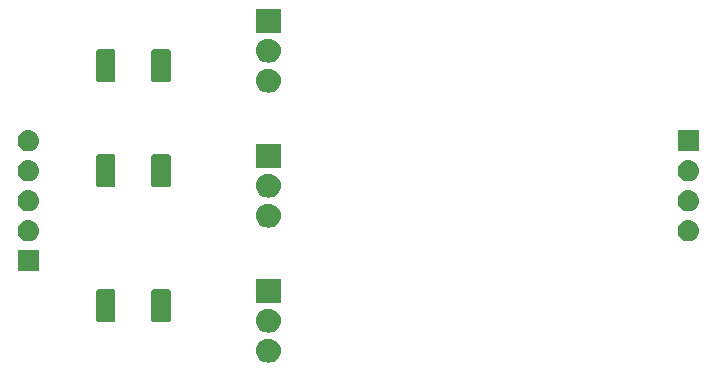
<source format=gbr>
G04 #@! TF.GenerationSoftware,KiCad,Pcbnew,(5.1.4)-1*
G04 #@! TF.CreationDate,2020-01-19T14:57:57-08:00*
G04 #@! TF.ProjectId,LEDStrip,4c454453-7472-4697-902e-6b696361645f,rev?*
G04 #@! TF.SameCoordinates,Original*
G04 #@! TF.FileFunction,Soldermask,Top*
G04 #@! TF.FilePolarity,Negative*
%FSLAX46Y46*%
G04 Gerber Fmt 4.6, Leading zero omitted, Abs format (unit mm)*
G04 Created by KiCad (PCBNEW (5.1.4)-1) date 2020-01-19 14:57:57*
%MOMM*%
%LPD*%
G04 APERTURE LIST*
%ADD10C,0.100000*%
G04 APERTURE END LIST*
D10*
G36*
X152545936Y-72661340D02*
G01*
X152644220Y-72671020D01*
X152833381Y-72728401D01*
X153007712Y-72821583D01*
X153160515Y-72946985D01*
X153285917Y-73099788D01*
X153379099Y-73274119D01*
X153436480Y-73463280D01*
X153455855Y-73660000D01*
X153436480Y-73856720D01*
X153379099Y-74045881D01*
X153285917Y-74220212D01*
X153160515Y-74373015D01*
X153007712Y-74498417D01*
X152833381Y-74591599D01*
X152644220Y-74648980D01*
X152545936Y-74658660D01*
X152496795Y-74663500D01*
X152303205Y-74663500D01*
X152254064Y-74658660D01*
X152155780Y-74648980D01*
X151966619Y-74591599D01*
X151792288Y-74498417D01*
X151639485Y-74373015D01*
X151514083Y-74220212D01*
X151420901Y-74045881D01*
X151363520Y-73856720D01*
X151344145Y-73660000D01*
X151363520Y-73463280D01*
X151420901Y-73274119D01*
X151514083Y-73099788D01*
X151639485Y-72946985D01*
X151792288Y-72821583D01*
X151966619Y-72728401D01*
X152155780Y-72671020D01*
X152254064Y-72661340D01*
X152303205Y-72656500D01*
X152496795Y-72656500D01*
X152545936Y-72661340D01*
X152545936Y-72661340D01*
G37*
G36*
X152545936Y-70121340D02*
G01*
X152644220Y-70131020D01*
X152833381Y-70188401D01*
X153007712Y-70281583D01*
X153160515Y-70406985D01*
X153285917Y-70559788D01*
X153379099Y-70734119D01*
X153436480Y-70923280D01*
X153455855Y-71120000D01*
X153436480Y-71316720D01*
X153379099Y-71505881D01*
X153285917Y-71680212D01*
X153160515Y-71833015D01*
X153007712Y-71958417D01*
X152833381Y-72051599D01*
X152644220Y-72108980D01*
X152545936Y-72118660D01*
X152496795Y-72123500D01*
X152303205Y-72123500D01*
X152254064Y-72118660D01*
X152155780Y-72108980D01*
X151966619Y-72051599D01*
X151792288Y-71958417D01*
X151639485Y-71833015D01*
X151514083Y-71680212D01*
X151420901Y-71505881D01*
X151363520Y-71316720D01*
X151344145Y-71120000D01*
X151363520Y-70923280D01*
X151420901Y-70734119D01*
X151514083Y-70559788D01*
X151639485Y-70406985D01*
X151792288Y-70281583D01*
X151966619Y-70188401D01*
X152155780Y-70131020D01*
X152254064Y-70121340D01*
X152303205Y-70116500D01*
X152496795Y-70116500D01*
X152545936Y-70121340D01*
X152545936Y-70121340D01*
G37*
G36*
X143973820Y-68478103D02*
G01*
X144007985Y-68488467D01*
X144039464Y-68505293D01*
X144067060Y-68527940D01*
X144089707Y-68555536D01*
X144106533Y-68587015D01*
X144116897Y-68621180D01*
X144121000Y-68662842D01*
X144121000Y-71037158D01*
X144116897Y-71078820D01*
X144106533Y-71112985D01*
X144089707Y-71144464D01*
X144067060Y-71172060D01*
X144039464Y-71194707D01*
X144007985Y-71211533D01*
X143973820Y-71221897D01*
X143932158Y-71226000D01*
X142682842Y-71226000D01*
X142641180Y-71221897D01*
X142607015Y-71211533D01*
X142575536Y-71194707D01*
X142547940Y-71172060D01*
X142525293Y-71144464D01*
X142508467Y-71112985D01*
X142498103Y-71078820D01*
X142494000Y-71037158D01*
X142494000Y-68662842D01*
X142498103Y-68621180D01*
X142508467Y-68587015D01*
X142525293Y-68555536D01*
X142547940Y-68527940D01*
X142575536Y-68505293D01*
X142607015Y-68488467D01*
X142641180Y-68478103D01*
X142682842Y-68474000D01*
X143932158Y-68474000D01*
X143973820Y-68478103D01*
X143973820Y-68478103D01*
G37*
G36*
X139298820Y-68478103D02*
G01*
X139332985Y-68488467D01*
X139364464Y-68505293D01*
X139392060Y-68527940D01*
X139414707Y-68555536D01*
X139431533Y-68587015D01*
X139441897Y-68621180D01*
X139446000Y-68662842D01*
X139446000Y-71037158D01*
X139441897Y-71078820D01*
X139431533Y-71112985D01*
X139414707Y-71144464D01*
X139392060Y-71172060D01*
X139364464Y-71194707D01*
X139332985Y-71211533D01*
X139298820Y-71221897D01*
X139257158Y-71226000D01*
X138007842Y-71226000D01*
X137966180Y-71221897D01*
X137932015Y-71211533D01*
X137900536Y-71194707D01*
X137872940Y-71172060D01*
X137850293Y-71144464D01*
X137833467Y-71112985D01*
X137823103Y-71078820D01*
X137819000Y-71037158D01*
X137819000Y-68662842D01*
X137823103Y-68621180D01*
X137833467Y-68587015D01*
X137850293Y-68555536D01*
X137872940Y-68527940D01*
X137900536Y-68505293D01*
X137932015Y-68488467D01*
X137966180Y-68478103D01*
X138007842Y-68474000D01*
X139257158Y-68474000D01*
X139298820Y-68478103D01*
X139298820Y-68478103D01*
G37*
G36*
X153451000Y-69583500D02*
G01*
X151349000Y-69583500D01*
X151349000Y-67576500D01*
X153451000Y-67576500D01*
X153451000Y-69583500D01*
X153451000Y-69583500D01*
G37*
G36*
X132981000Y-66941000D02*
G01*
X131179000Y-66941000D01*
X131179000Y-65139000D01*
X132981000Y-65139000D01*
X132981000Y-66941000D01*
X132981000Y-66941000D01*
G37*
G36*
X132190442Y-62605518D02*
G01*
X132256627Y-62612037D01*
X132426466Y-62663557D01*
X132582991Y-62747222D01*
X132618729Y-62776552D01*
X132720186Y-62859814D01*
X132788466Y-62943015D01*
X132832778Y-62997009D01*
X132916443Y-63153534D01*
X132967963Y-63323373D01*
X132985359Y-63500000D01*
X132967963Y-63676627D01*
X132916443Y-63846466D01*
X132832778Y-64002991D01*
X132803448Y-64038729D01*
X132720186Y-64140186D01*
X132618729Y-64223448D01*
X132582991Y-64252778D01*
X132426466Y-64336443D01*
X132256627Y-64387963D01*
X132190442Y-64394482D01*
X132124260Y-64401000D01*
X132035740Y-64401000D01*
X131969558Y-64394482D01*
X131903373Y-64387963D01*
X131733534Y-64336443D01*
X131577009Y-64252778D01*
X131541271Y-64223448D01*
X131439814Y-64140186D01*
X131356552Y-64038729D01*
X131327222Y-64002991D01*
X131243557Y-63846466D01*
X131192037Y-63676627D01*
X131174641Y-63500000D01*
X131192037Y-63323373D01*
X131243557Y-63153534D01*
X131327222Y-62997009D01*
X131371534Y-62943015D01*
X131439814Y-62859814D01*
X131541271Y-62776552D01*
X131577009Y-62747222D01*
X131733534Y-62663557D01*
X131903373Y-62612037D01*
X131969558Y-62605518D01*
X132035740Y-62599000D01*
X132124260Y-62599000D01*
X132190442Y-62605518D01*
X132190442Y-62605518D01*
G37*
G36*
X188070442Y-62605518D02*
G01*
X188136627Y-62612037D01*
X188306466Y-62663557D01*
X188462991Y-62747222D01*
X188498729Y-62776552D01*
X188600186Y-62859814D01*
X188668466Y-62943015D01*
X188712778Y-62997009D01*
X188796443Y-63153534D01*
X188847963Y-63323373D01*
X188865359Y-63500000D01*
X188847963Y-63676627D01*
X188796443Y-63846466D01*
X188712778Y-64002991D01*
X188683448Y-64038729D01*
X188600186Y-64140186D01*
X188498729Y-64223448D01*
X188462991Y-64252778D01*
X188306466Y-64336443D01*
X188136627Y-64387963D01*
X188070442Y-64394482D01*
X188004260Y-64401000D01*
X187915740Y-64401000D01*
X187849558Y-64394482D01*
X187783373Y-64387963D01*
X187613534Y-64336443D01*
X187457009Y-64252778D01*
X187421271Y-64223448D01*
X187319814Y-64140186D01*
X187236552Y-64038729D01*
X187207222Y-64002991D01*
X187123557Y-63846466D01*
X187072037Y-63676627D01*
X187054641Y-63500000D01*
X187072037Y-63323373D01*
X187123557Y-63153534D01*
X187207222Y-62997009D01*
X187251534Y-62943015D01*
X187319814Y-62859814D01*
X187421271Y-62776552D01*
X187457009Y-62747222D01*
X187613534Y-62663557D01*
X187783373Y-62612037D01*
X187849558Y-62605518D01*
X187915740Y-62599000D01*
X188004260Y-62599000D01*
X188070442Y-62605518D01*
X188070442Y-62605518D01*
G37*
G36*
X152545936Y-61231340D02*
G01*
X152644220Y-61241020D01*
X152833381Y-61298401D01*
X153007712Y-61391583D01*
X153160515Y-61516985D01*
X153285917Y-61669788D01*
X153379099Y-61844119D01*
X153436480Y-62033280D01*
X153455855Y-62230000D01*
X153436480Y-62426720D01*
X153379099Y-62615881D01*
X153285917Y-62790212D01*
X153160515Y-62943015D01*
X153007712Y-63068417D01*
X152833381Y-63161599D01*
X152644220Y-63218980D01*
X152545936Y-63228660D01*
X152496795Y-63233500D01*
X152303205Y-63233500D01*
X152254064Y-63228660D01*
X152155780Y-63218980D01*
X151966619Y-63161599D01*
X151792288Y-63068417D01*
X151639485Y-62943015D01*
X151514083Y-62790212D01*
X151420901Y-62615881D01*
X151363520Y-62426720D01*
X151344145Y-62230000D01*
X151363520Y-62033280D01*
X151420901Y-61844119D01*
X151514083Y-61669788D01*
X151639485Y-61516985D01*
X151792288Y-61391583D01*
X151966619Y-61298401D01*
X152155780Y-61241020D01*
X152254064Y-61231340D01*
X152303205Y-61226500D01*
X152496795Y-61226500D01*
X152545936Y-61231340D01*
X152545936Y-61231340D01*
G37*
G36*
X188070442Y-60065518D02*
G01*
X188136627Y-60072037D01*
X188306466Y-60123557D01*
X188462991Y-60207222D01*
X188498729Y-60236552D01*
X188600186Y-60319814D01*
X188668466Y-60403015D01*
X188712778Y-60457009D01*
X188796443Y-60613534D01*
X188847963Y-60783373D01*
X188865359Y-60960000D01*
X188847963Y-61136627D01*
X188796443Y-61306466D01*
X188712778Y-61462991D01*
X188683448Y-61498729D01*
X188600186Y-61600186D01*
X188515374Y-61669788D01*
X188462991Y-61712778D01*
X188306466Y-61796443D01*
X188136627Y-61847963D01*
X188070443Y-61854481D01*
X188004260Y-61861000D01*
X187915740Y-61861000D01*
X187849557Y-61854481D01*
X187783373Y-61847963D01*
X187613534Y-61796443D01*
X187457009Y-61712778D01*
X187404626Y-61669788D01*
X187319814Y-61600186D01*
X187236552Y-61498729D01*
X187207222Y-61462991D01*
X187123557Y-61306466D01*
X187072037Y-61136627D01*
X187054641Y-60960000D01*
X187072037Y-60783373D01*
X187123557Y-60613534D01*
X187207222Y-60457009D01*
X187251534Y-60403015D01*
X187319814Y-60319814D01*
X187421271Y-60236552D01*
X187457009Y-60207222D01*
X187613534Y-60123557D01*
X187783373Y-60072037D01*
X187849558Y-60065518D01*
X187915740Y-60059000D01*
X188004260Y-60059000D01*
X188070442Y-60065518D01*
X188070442Y-60065518D01*
G37*
G36*
X132190442Y-60065518D02*
G01*
X132256627Y-60072037D01*
X132426466Y-60123557D01*
X132582991Y-60207222D01*
X132618729Y-60236552D01*
X132720186Y-60319814D01*
X132788466Y-60403015D01*
X132832778Y-60457009D01*
X132916443Y-60613534D01*
X132967963Y-60783373D01*
X132985359Y-60960000D01*
X132967963Y-61136627D01*
X132916443Y-61306466D01*
X132832778Y-61462991D01*
X132803448Y-61498729D01*
X132720186Y-61600186D01*
X132635374Y-61669788D01*
X132582991Y-61712778D01*
X132426466Y-61796443D01*
X132256627Y-61847963D01*
X132190443Y-61854481D01*
X132124260Y-61861000D01*
X132035740Y-61861000D01*
X131969557Y-61854481D01*
X131903373Y-61847963D01*
X131733534Y-61796443D01*
X131577009Y-61712778D01*
X131524626Y-61669788D01*
X131439814Y-61600186D01*
X131356552Y-61498729D01*
X131327222Y-61462991D01*
X131243557Y-61306466D01*
X131192037Y-61136627D01*
X131174641Y-60960000D01*
X131192037Y-60783373D01*
X131243557Y-60613534D01*
X131327222Y-60457009D01*
X131371534Y-60403015D01*
X131439814Y-60319814D01*
X131541271Y-60236552D01*
X131577009Y-60207222D01*
X131733534Y-60123557D01*
X131903373Y-60072037D01*
X131969558Y-60065518D01*
X132035740Y-60059000D01*
X132124260Y-60059000D01*
X132190442Y-60065518D01*
X132190442Y-60065518D01*
G37*
G36*
X152545936Y-58691340D02*
G01*
X152644220Y-58701020D01*
X152833381Y-58758401D01*
X153007712Y-58851583D01*
X153160515Y-58976985D01*
X153285917Y-59129788D01*
X153379099Y-59304119D01*
X153436480Y-59493280D01*
X153455855Y-59690000D01*
X153436480Y-59886720D01*
X153379099Y-60075881D01*
X153285917Y-60250212D01*
X153160515Y-60403015D01*
X153007712Y-60528417D01*
X152833381Y-60621599D01*
X152644220Y-60678980D01*
X152545936Y-60688660D01*
X152496795Y-60693500D01*
X152303205Y-60693500D01*
X152254064Y-60688660D01*
X152155780Y-60678980D01*
X151966619Y-60621599D01*
X151792288Y-60528417D01*
X151639485Y-60403015D01*
X151514083Y-60250212D01*
X151420901Y-60075881D01*
X151363520Y-59886720D01*
X151344145Y-59690000D01*
X151363520Y-59493280D01*
X151420901Y-59304119D01*
X151514083Y-59129788D01*
X151639485Y-58976985D01*
X151792288Y-58851583D01*
X151966619Y-58758401D01*
X152155780Y-58701020D01*
X152254064Y-58691340D01*
X152303205Y-58686500D01*
X152496795Y-58686500D01*
X152545936Y-58691340D01*
X152545936Y-58691340D01*
G37*
G36*
X139298820Y-57048103D02*
G01*
X139332985Y-57058467D01*
X139364464Y-57075293D01*
X139392060Y-57097940D01*
X139414707Y-57125536D01*
X139431533Y-57157015D01*
X139441897Y-57191180D01*
X139446000Y-57232842D01*
X139446000Y-59607158D01*
X139441897Y-59648820D01*
X139431533Y-59682985D01*
X139414707Y-59714464D01*
X139392060Y-59742060D01*
X139364464Y-59764707D01*
X139332985Y-59781533D01*
X139298820Y-59791897D01*
X139257158Y-59796000D01*
X138007842Y-59796000D01*
X137966180Y-59791897D01*
X137932015Y-59781533D01*
X137900536Y-59764707D01*
X137872940Y-59742060D01*
X137850293Y-59714464D01*
X137833467Y-59682985D01*
X137823103Y-59648820D01*
X137819000Y-59607158D01*
X137819000Y-57232842D01*
X137823103Y-57191180D01*
X137833467Y-57157015D01*
X137850293Y-57125536D01*
X137872940Y-57097940D01*
X137900536Y-57075293D01*
X137932015Y-57058467D01*
X137966180Y-57048103D01*
X138007842Y-57044000D01*
X139257158Y-57044000D01*
X139298820Y-57048103D01*
X139298820Y-57048103D01*
G37*
G36*
X143973820Y-57048103D02*
G01*
X144007985Y-57058467D01*
X144039464Y-57075293D01*
X144067060Y-57097940D01*
X144089707Y-57125536D01*
X144106533Y-57157015D01*
X144116897Y-57191180D01*
X144121000Y-57232842D01*
X144121000Y-59607158D01*
X144116897Y-59648820D01*
X144106533Y-59682985D01*
X144089707Y-59714464D01*
X144067060Y-59742060D01*
X144039464Y-59764707D01*
X144007985Y-59781533D01*
X143973820Y-59791897D01*
X143932158Y-59796000D01*
X142682842Y-59796000D01*
X142641180Y-59791897D01*
X142607015Y-59781533D01*
X142575536Y-59764707D01*
X142547940Y-59742060D01*
X142525293Y-59714464D01*
X142508467Y-59682985D01*
X142498103Y-59648820D01*
X142494000Y-59607158D01*
X142494000Y-57232842D01*
X142498103Y-57191180D01*
X142508467Y-57157015D01*
X142525293Y-57125536D01*
X142547940Y-57097940D01*
X142575536Y-57075293D01*
X142607015Y-57058467D01*
X142641180Y-57048103D01*
X142682842Y-57044000D01*
X143932158Y-57044000D01*
X143973820Y-57048103D01*
X143973820Y-57048103D01*
G37*
G36*
X132190443Y-57525519D02*
G01*
X132256627Y-57532037D01*
X132426466Y-57583557D01*
X132582991Y-57667222D01*
X132618729Y-57696552D01*
X132720186Y-57779814D01*
X132803448Y-57881271D01*
X132832778Y-57917009D01*
X132916443Y-58073534D01*
X132967963Y-58243373D01*
X132985359Y-58420000D01*
X132967963Y-58596627D01*
X132916443Y-58766466D01*
X132832778Y-58922991D01*
X132803448Y-58958729D01*
X132720186Y-59060186D01*
X132635374Y-59129788D01*
X132582991Y-59172778D01*
X132426466Y-59256443D01*
X132256627Y-59307963D01*
X132190442Y-59314482D01*
X132124260Y-59321000D01*
X132035740Y-59321000D01*
X131969558Y-59314482D01*
X131903373Y-59307963D01*
X131733534Y-59256443D01*
X131577009Y-59172778D01*
X131524626Y-59129788D01*
X131439814Y-59060186D01*
X131356552Y-58958729D01*
X131327222Y-58922991D01*
X131243557Y-58766466D01*
X131192037Y-58596627D01*
X131174641Y-58420000D01*
X131192037Y-58243373D01*
X131243557Y-58073534D01*
X131327222Y-57917009D01*
X131356552Y-57881271D01*
X131439814Y-57779814D01*
X131541271Y-57696552D01*
X131577009Y-57667222D01*
X131733534Y-57583557D01*
X131903373Y-57532037D01*
X131969557Y-57525519D01*
X132035740Y-57519000D01*
X132124260Y-57519000D01*
X132190443Y-57525519D01*
X132190443Y-57525519D01*
G37*
G36*
X188070443Y-57525519D02*
G01*
X188136627Y-57532037D01*
X188306466Y-57583557D01*
X188462991Y-57667222D01*
X188498729Y-57696552D01*
X188600186Y-57779814D01*
X188683448Y-57881271D01*
X188712778Y-57917009D01*
X188796443Y-58073534D01*
X188847963Y-58243373D01*
X188865359Y-58420000D01*
X188847963Y-58596627D01*
X188796443Y-58766466D01*
X188712778Y-58922991D01*
X188683448Y-58958729D01*
X188600186Y-59060186D01*
X188515374Y-59129788D01*
X188462991Y-59172778D01*
X188306466Y-59256443D01*
X188136627Y-59307963D01*
X188070442Y-59314482D01*
X188004260Y-59321000D01*
X187915740Y-59321000D01*
X187849558Y-59314482D01*
X187783373Y-59307963D01*
X187613534Y-59256443D01*
X187457009Y-59172778D01*
X187404626Y-59129788D01*
X187319814Y-59060186D01*
X187236552Y-58958729D01*
X187207222Y-58922991D01*
X187123557Y-58766466D01*
X187072037Y-58596627D01*
X187054641Y-58420000D01*
X187072037Y-58243373D01*
X187123557Y-58073534D01*
X187207222Y-57917009D01*
X187236552Y-57881271D01*
X187319814Y-57779814D01*
X187421271Y-57696552D01*
X187457009Y-57667222D01*
X187613534Y-57583557D01*
X187783373Y-57532037D01*
X187849557Y-57525519D01*
X187915740Y-57519000D01*
X188004260Y-57519000D01*
X188070443Y-57525519D01*
X188070443Y-57525519D01*
G37*
G36*
X153451000Y-58153500D02*
G01*
X151349000Y-58153500D01*
X151349000Y-56146500D01*
X153451000Y-56146500D01*
X153451000Y-58153500D01*
X153451000Y-58153500D01*
G37*
G36*
X188861000Y-56781000D02*
G01*
X187059000Y-56781000D01*
X187059000Y-54979000D01*
X188861000Y-54979000D01*
X188861000Y-56781000D01*
X188861000Y-56781000D01*
G37*
G36*
X132190443Y-54985519D02*
G01*
X132256627Y-54992037D01*
X132426466Y-55043557D01*
X132582991Y-55127222D01*
X132618729Y-55156552D01*
X132720186Y-55239814D01*
X132803448Y-55341271D01*
X132832778Y-55377009D01*
X132916443Y-55533534D01*
X132967963Y-55703373D01*
X132985359Y-55880000D01*
X132967963Y-56056627D01*
X132916443Y-56226466D01*
X132832778Y-56382991D01*
X132803448Y-56418729D01*
X132720186Y-56520186D01*
X132618729Y-56603448D01*
X132582991Y-56632778D01*
X132426466Y-56716443D01*
X132256627Y-56767963D01*
X132190443Y-56774481D01*
X132124260Y-56781000D01*
X132035740Y-56781000D01*
X131969557Y-56774481D01*
X131903373Y-56767963D01*
X131733534Y-56716443D01*
X131577009Y-56632778D01*
X131541271Y-56603448D01*
X131439814Y-56520186D01*
X131356552Y-56418729D01*
X131327222Y-56382991D01*
X131243557Y-56226466D01*
X131192037Y-56056627D01*
X131174641Y-55880000D01*
X131192037Y-55703373D01*
X131243557Y-55533534D01*
X131327222Y-55377009D01*
X131356552Y-55341271D01*
X131439814Y-55239814D01*
X131541271Y-55156552D01*
X131577009Y-55127222D01*
X131733534Y-55043557D01*
X131903373Y-54992037D01*
X131969557Y-54985519D01*
X132035740Y-54979000D01*
X132124260Y-54979000D01*
X132190443Y-54985519D01*
X132190443Y-54985519D01*
G37*
G36*
X152545936Y-49801340D02*
G01*
X152644220Y-49811020D01*
X152833381Y-49868401D01*
X153007712Y-49961583D01*
X153160515Y-50086985D01*
X153285917Y-50239788D01*
X153379099Y-50414119D01*
X153436480Y-50603280D01*
X153455855Y-50800000D01*
X153436480Y-50996720D01*
X153379099Y-51185881D01*
X153285917Y-51360212D01*
X153160515Y-51513015D01*
X153007712Y-51638417D01*
X152833381Y-51731599D01*
X152644220Y-51788980D01*
X152545936Y-51798660D01*
X152496795Y-51803500D01*
X152303205Y-51803500D01*
X152254064Y-51798660D01*
X152155780Y-51788980D01*
X151966619Y-51731599D01*
X151792288Y-51638417D01*
X151639485Y-51513015D01*
X151514083Y-51360212D01*
X151420901Y-51185881D01*
X151363520Y-50996720D01*
X151344145Y-50800000D01*
X151363520Y-50603280D01*
X151420901Y-50414119D01*
X151514083Y-50239788D01*
X151639485Y-50086985D01*
X151792288Y-49961583D01*
X151966619Y-49868401D01*
X152155780Y-49811020D01*
X152254064Y-49801340D01*
X152303205Y-49796500D01*
X152496795Y-49796500D01*
X152545936Y-49801340D01*
X152545936Y-49801340D01*
G37*
G36*
X139298820Y-48158103D02*
G01*
X139332985Y-48168467D01*
X139364464Y-48185293D01*
X139392060Y-48207940D01*
X139414707Y-48235536D01*
X139431533Y-48267015D01*
X139441897Y-48301180D01*
X139446000Y-48342842D01*
X139446000Y-50717158D01*
X139441897Y-50758820D01*
X139431533Y-50792985D01*
X139414707Y-50824464D01*
X139392060Y-50852060D01*
X139364464Y-50874707D01*
X139332985Y-50891533D01*
X139298820Y-50901897D01*
X139257158Y-50906000D01*
X138007842Y-50906000D01*
X137966180Y-50901897D01*
X137932015Y-50891533D01*
X137900536Y-50874707D01*
X137872940Y-50852060D01*
X137850293Y-50824464D01*
X137833467Y-50792985D01*
X137823103Y-50758820D01*
X137819000Y-50717158D01*
X137819000Y-48342842D01*
X137823103Y-48301180D01*
X137833467Y-48267015D01*
X137850293Y-48235536D01*
X137872940Y-48207940D01*
X137900536Y-48185293D01*
X137932015Y-48168467D01*
X137966180Y-48158103D01*
X138007842Y-48154000D01*
X139257158Y-48154000D01*
X139298820Y-48158103D01*
X139298820Y-48158103D01*
G37*
G36*
X143973820Y-48158103D02*
G01*
X144007985Y-48168467D01*
X144039464Y-48185293D01*
X144067060Y-48207940D01*
X144089707Y-48235536D01*
X144106533Y-48267015D01*
X144116897Y-48301180D01*
X144121000Y-48342842D01*
X144121000Y-50717158D01*
X144116897Y-50758820D01*
X144106533Y-50792985D01*
X144089707Y-50824464D01*
X144067060Y-50852060D01*
X144039464Y-50874707D01*
X144007985Y-50891533D01*
X143973820Y-50901897D01*
X143932158Y-50906000D01*
X142682842Y-50906000D01*
X142641180Y-50901897D01*
X142607015Y-50891533D01*
X142575536Y-50874707D01*
X142547940Y-50852060D01*
X142525293Y-50824464D01*
X142508467Y-50792985D01*
X142498103Y-50758820D01*
X142494000Y-50717158D01*
X142494000Y-48342842D01*
X142498103Y-48301180D01*
X142508467Y-48267015D01*
X142525293Y-48235536D01*
X142547940Y-48207940D01*
X142575536Y-48185293D01*
X142607015Y-48168467D01*
X142641180Y-48158103D01*
X142682842Y-48154000D01*
X143932158Y-48154000D01*
X143973820Y-48158103D01*
X143973820Y-48158103D01*
G37*
G36*
X152545936Y-47261340D02*
G01*
X152644220Y-47271020D01*
X152833381Y-47328401D01*
X153007712Y-47421583D01*
X153160515Y-47546985D01*
X153285917Y-47699788D01*
X153379099Y-47874119D01*
X153436480Y-48063280D01*
X153455855Y-48260000D01*
X153436480Y-48456720D01*
X153379099Y-48645881D01*
X153285917Y-48820212D01*
X153160515Y-48973015D01*
X153007712Y-49098417D01*
X152833381Y-49191599D01*
X152644220Y-49248980D01*
X152545936Y-49258660D01*
X152496795Y-49263500D01*
X152303205Y-49263500D01*
X152254064Y-49258660D01*
X152155780Y-49248980D01*
X151966619Y-49191599D01*
X151792288Y-49098417D01*
X151639485Y-48973015D01*
X151514083Y-48820212D01*
X151420901Y-48645881D01*
X151363520Y-48456720D01*
X151344145Y-48260000D01*
X151363520Y-48063280D01*
X151420901Y-47874119D01*
X151514083Y-47699788D01*
X151639485Y-47546985D01*
X151792288Y-47421583D01*
X151966619Y-47328401D01*
X152155780Y-47271020D01*
X152254064Y-47261340D01*
X152303205Y-47256500D01*
X152496795Y-47256500D01*
X152545936Y-47261340D01*
X152545936Y-47261340D01*
G37*
G36*
X153451000Y-46723500D02*
G01*
X151349000Y-46723500D01*
X151349000Y-44716500D01*
X153451000Y-44716500D01*
X153451000Y-46723500D01*
X153451000Y-46723500D01*
G37*
M02*

</source>
